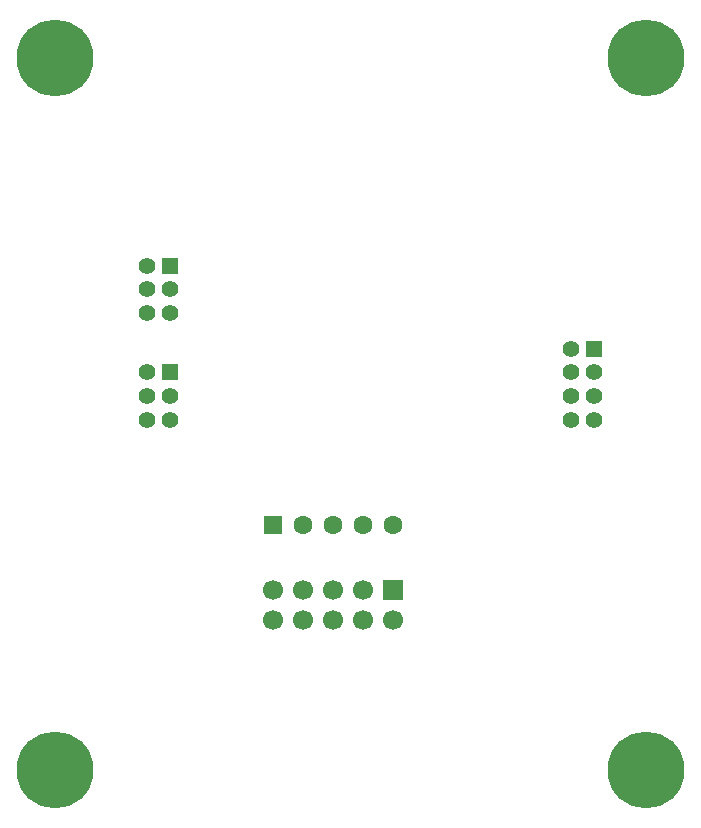
<source format=gbs>
G04 EAGLE Gerber RS-274X export*
G75*
%MOMM*%
%FSLAX34Y34*%
%LPD*%
%INBottom Solder Mask*%
%IPPOS*%
%AMOC8*
5,1,8,0,0,1.08239X$1,22.5*%
G01*
%ADD10R,1.600000X1.600000*%
%ADD11C,1.600000*%
%ADD12R,1.400000X1.400000*%
%ADD13C,1.400000*%
%ADD14R,1.700000X1.700000*%
%ADD15C,1.700000*%
%ADD16C,6.500000*%


D10*
X230200Y253500D03*
D11*
X255600Y253500D03*
X281000Y253500D03*
X306400Y253500D03*
X331800Y253500D03*
D12*
X143500Y473000D03*
D13*
X143500Y453000D03*
X143500Y433000D03*
X123500Y473000D03*
X123500Y453000D03*
X123500Y433000D03*
D12*
X143500Y382500D03*
D13*
X143500Y362500D03*
X143500Y342500D03*
X123500Y382500D03*
X123500Y362500D03*
X123500Y342500D03*
D12*
X502500Y402500D03*
D13*
X502500Y382500D03*
X502500Y362500D03*
X482500Y402500D03*
X482500Y382500D03*
X482500Y362500D03*
X502500Y342500D03*
X482500Y342500D03*
D14*
X331800Y198700D03*
D15*
X306400Y198700D03*
X281000Y198700D03*
X255600Y198700D03*
X230200Y198700D03*
X331800Y173300D03*
X306400Y173300D03*
X281000Y173300D03*
X255600Y173300D03*
X230200Y173300D03*
D16*
X46000Y46000D03*
X546000Y46000D03*
X546000Y649000D03*
X46000Y649000D03*
M02*

</source>
